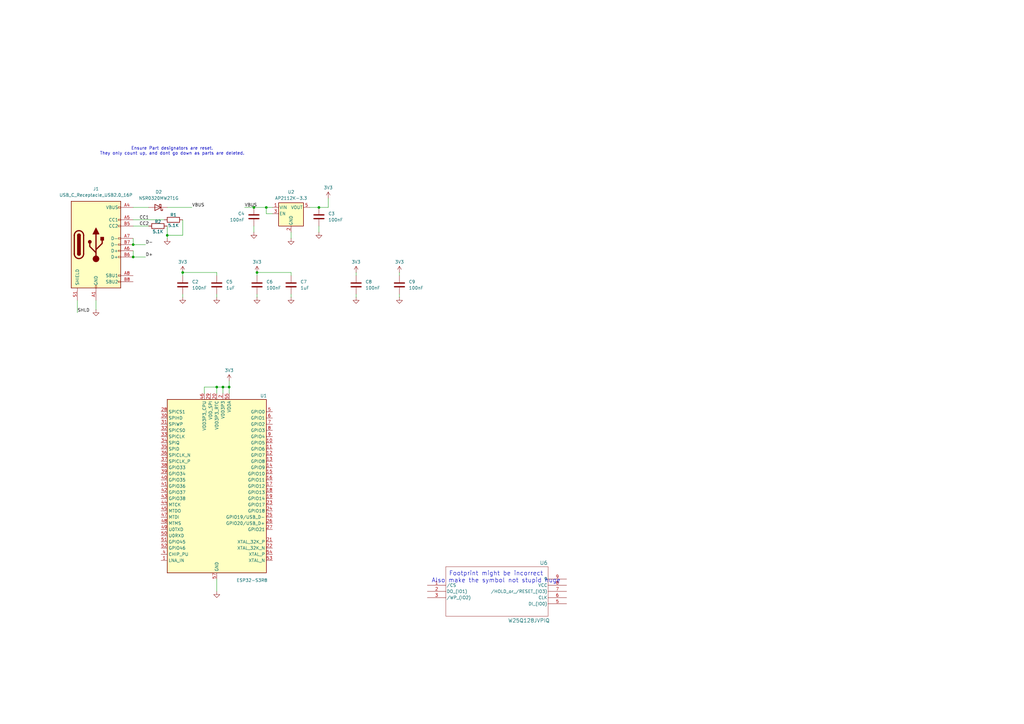
<source format=kicad_sch>
(kicad_sch (version 20231120) (generator "eeschema") (generator_version "8.0")
  (paper "A3")
  (title_block (title "Besser S3") (date "2024-03-11") (rev "R1"))
  (lib_symbols
    (symbol "Connector:USB_C_Receptacle_USB2.0_16P" (pin_names (offset 1.016))
      (property "Reference" "J" (at 0 22.225 0))
      (property "Value" "USB_C_Receptacle_USB2.0_16P" (at 0 19.685 0))
      (symbol "USB_C_Receptacle_USB2.0_16P_0_0"
        (rectangle (start -0.254 -17.78) (end 0.254 -16.764))
        (rectangle (start 10.16 -14.986) (end 9.144 -15.494))
        (rectangle (start 10.16 -12.446) (end 9.144 -12.954))
        (rectangle (start 10.16 -4.826) (end 9.144 -5.334))
        (rectangle (start 10.16 -2.286) (end 9.144 -2.794))
        (rectangle (start 10.16 0.254) (end 9.144 -0.254))
        (rectangle (start 10.16 2.794) (end 9.144 2.286))
        (rectangle (start 10.16 7.874) (end 9.144 7.366))
        (rectangle (start 10.16 10.414) (end 9.144 9.906))
        (rectangle (start 10.16 15.494) (end 9.144 14.986))
      )
      (symbol "USB_C_Receptacle_USB2.0_16P_0_1"
        (rectangle (start -10.16 17.78) (end 10.16 -17.78) (stroke (width 0.254)) (fill (type background)))
        (arc (start -8.89 -3.81) (mid -6.985 -5.7067) (end -5.08 -3.81) (stroke (width 0.508)))
        (arc (start -7.62 -3.81) (mid -6.985 -4.4423) (end -6.35 -3.81) (stroke (width 0.254)))
        (arc (start -7.62 -3.81) (mid -6.985 -4.4423) (end -6.35 -3.81) (stroke (width 0.254)) (fill (type outline)))
        (rectangle (start -7.62 -3.81) (end -6.35 3.81) (stroke (width 0.254)) (fill (type outline)))
        (arc (start -6.35 3.81) (mid -6.985 4.4423) (end -7.62 3.81) (stroke (width 0.254)))
        (arc (start -6.35 3.81) (mid -6.985 4.4423) (end -7.62 3.81) (stroke (width 0.254)) (fill (type outline)))
        (arc (start -5.08 3.81) (mid -6.985 5.7067) (end -8.89 3.81) (stroke (width 0.508)))
        (circle (center -2.54 1.143) (radius 0.635) (stroke (width 0.254)) (fill (type outline)))
        (circle (center 0 -5.842) (radius 1.27) (fill (type outline)))
        (polyline (pts (xy -8.89 -3.81) (xy -8.89 3.81)) (stroke (width 0.508)))
        (polyline (pts (xy -5.08 3.81) (xy -5.08 -3.81)) (stroke (width 0.508)))
        (polyline (pts (xy 0 -5.842) (xy 0 4.318)) (stroke (width 0.508)))
        (polyline (pts (xy 0 -3.302) (xy -2.54 -0.762) (xy -2.54 0.508)) (stroke (width 0.508)))
        (polyline (pts (xy 0 -2.032) (xy 2.54 0.508) (xy 2.54 1.778)) (stroke (width 0.508)))
        (polyline (pts (xy -1.27 4.318) (xy 0 6.858) (xy 1.27 4.318) (xy -1.27 4.318)) (stroke (width 0.254)) (fill (type outline)))
        (rectangle (start 1.905 1.778) (end 3.175 3.048) (stroke (width 0.254)) (fill (type outline)))
      )
      (symbol "USB_C_Receptacle_USB2.0_16P_1_1"
        (pin passive line (at 0 -22.86 90) (length 5.08) (name "GND") (number "A1"))
        (pin passive line (at 0 -22.86 90) (length 5.08) hide (name "GND") (number "A12"))
        (pin passive line (at 15.24 15.24 180) (length 5.08) (name "VBUS") (number "A4"))
        (pin bidirectional line (at 15.24 10.16 180) (length 5.08) (name "CC1") (number "A5"))
        (pin bidirectional line (at 15.24 -2.54 180) (length 5.08) (name "D+") (number "A6"))
        (pin bidirectional line (at 15.24 2.54 180) (length 5.08) (name "D-") (number "A7"))
        (pin bidirectional line (at 15.24 -12.7 180) (length 5.08) (name "SBU1") (number "A8"))
        (pin passive line (at 15.24 15.24 180) (length 5.08) hide (name "VBUS") (number "A9"))
        (pin passive line (at 0 -22.86 90) (length 5.08) hide (name "GND") (number "B1"))
        (pin passive line (at 0 -22.86 90) (length 5.08) hide (name "GND") (number "B12"))
        (pin passive line (at 15.24 15.24 180) (length 5.08) hide (name "VBUS") (number "B4"))
        (pin bidirectional line (at 15.24 7.62 180) (length 5.08) (name "CC2") (number "B5"))
        (pin bidirectional line (at 15.24 -5.08 180) (length 5.08) (name "D+") (number "B6"))
        (pin bidirectional line (at 15.24 0 180) (length 5.08) (name "D-") (number "B7"))
        (pin bidirectional line (at 15.24 -15.24 180) (length 5.08) (name "SBU2") (number "B8"))
        (pin passive line (at 15.24 15.24 180) (length 5.08) hide (name "VBUS") (number "B9"))
        (pin passive line (at -7.62 -22.86 90) (length 5.08) (name "SHIELD") (number "S1"))
      )
    )
    (symbol "Device:C" (pin_numbers hide) (pin_names (offset 0.254))
      (property "Reference" "C" (at 0.635 2.54 0))
      (property "Value" "C" (at 0.635 -2.54 0))
      (symbol "C_0_1"
        (polyline (pts (xy -2.032 -0.762) (xy 2.032 -0.762)) (stroke (width 0.508)))
        (polyline (pts (xy -2.032 0.762) (xy 2.032 0.762)) (stroke (width 0.508)))
      )
      (symbol "C_1_1"
        (pin passive line (at 0 3.81 270) (length 2.794) (name "~") (number "1"))
        (pin passive line (at 0 -3.81 90) (length 2.794) (name "~") (number "2"))
      )
    )
    (symbol "Device:R" (pin_numbers hide) (pin_names (offset 0))
      (property "Reference" "R" (at 2.032 0 90))
      (property "Value" "R" (at 0 0 90))
      (symbol "R_0_1"
        (rectangle (start -1.016 -2.54) (end 1.016 2.54) (stroke (width 0.254)))
      )
      (symbol "R_1_1"
        (pin passive line (at 0 3.81 270) (length 1.27) (name "~") (number "1"))
        (pin passive line (at 0 -3.81 90) (length 1.27) (name "~") (number "2"))
      )
    )
    (symbol "Diode:NSR0340HT1G" (pin_numbers hide) (pin_names (offset 1.016) hide)
      (property "Reference" "D" (at 0 2.54 0))
      (property "Value" "NSR0340HT1G" (at 0 -2.54 0))
      (symbol "NSR0340HT1G_0_1"
        (polyline (pts (xy 1.27 0) (xy -1.27 0)))
        (polyline (pts (xy 1.27 1.27) (xy 1.27 -1.27) (xy -1.27 0) (xy 1.27 1.27)) (stroke (width 0.254)))
        (polyline (pts (xy -1.905 0.635) (xy -1.905 1.27) (xy -1.27 1.27) (xy -1.27 -1.27) (xy -0.635 -1.27) (xy -0.635 -0.635)) (stroke (width 0.254)))
      )
      (symbol "NSR0340HT1G_1_1"
        (pin passive line (at -3.81 0 0) (length 2.54) (name "K") (number "1"))
        (pin passive line (at 3.81 0 180) (length 2.54) (name "A") (number "2"))
      )
    )
    (symbol "MCU_Espressif:ESP32-S3"
      (property "Reference" "U" (at 10.16 -38.1 0))
      (property "Value" "ESP32-S3" (at 13.97 -40.64 0))
      (symbol "ESP32-S3_0_1"
        (rectangle (start -20.32 35.56) (end 20.32 -35.56) (stroke (width 0.254)) (fill (type background)))
      )
      (symbol "ESP32-S3_1_0"
        (pin bidirectional line (at 22.86 12.7 180) (length 2.54) (name "SPICLK_N") (number "36"))
        (pin bidirectional line (at 22.86 -10.16 180) (length 2.54) (name "MTDO") (number "45"))
        (pin bidirectional line (at 22.86 -22.86 180) (length 2.54) (name "GPIO45") (number "51"))
        (pin passive line (at -5.08 38.1 270) (length 2.54) hide (name "VDDA") (number "56"))
      )
      (symbol "ESP32-S3_1_1"
        (pin bidirectional line (at 22.86 -30.48 180) (length 2.54) (name "LNA_IN") (number "1"))
        (pin bidirectional line (at -22.86 17.78 0) (length 2.54) (name "GPIO5") (number "10"))
        (pin bidirectional line (at -22.86 15.24 0) (length 2.54) (name "GPIO6") (number "11"))
        (pin bidirectional line (at -22.86 12.7 0) (length 2.54) (name "GPIO7") (number "12"))
        (pin bidirectional line (at -22.86 10.16 0) (length 2.54) (name "GPIO8") (number "13"))
        (pin bidirectional line (at -22.86 7.62 0) (length 2.54) (name "GPIO9") (number "14"))
        (pin bidirectional line (at -22.86 5.08 0) (length 2.54) (name "GPIO10") (number "15"))
        (pin bidirectional line (at -22.86 2.54 0) (length 2.54) (name "GPIO11") (number "16"))
        (pin bidirectional line (at -22.86 0 0) (length 2.54) (name "GPIO12") (number "17"))
        (pin bidirectional line (at -22.86 -2.54 0) (length 2.54) (name "GPIO13") (number "18"))
        (pin bidirectional line (at -22.86 -5.08 0) (length 2.54) (name "GPIO14") (number "19"))
        (pin power_in line (at -2.54 38.1 270) (length 2.54) (name "VDD3P3") (number "2"))
        (pin power_in line (at 0 38.1 270) (length 2.54) (name "VDD3P3_RTC") (number "20"))
        (pin passive line (at -22.86 -22.86 0) (length 2.54) (name "XTAL_32K_P") (number "21"))
        (pin passive line (at -22.86 -25.4 0) (length 2.54) (name "XTAL_32K_N") (number "22"))
        (pin bidirectional line (at -22.86 -7.62 0) (length 2.54) (name "GPIO17") (number "23"))
        (pin bidirectional line (at -22.86 -10.16 0) (length 2.54) (name "GPIO18") (number "24"))
        (pin bidirectional line (at -22.86 -12.7 0) (length 2.54) (name "GPIO19/USB_D-") (number "25"))
        (pin bidirectional line (at -22.86 -15.24 0) (length 2.54) (name "GPIO20/USB_D+") (number "26"))
        (pin bidirectional line (at -22.86 -17.78 0) (length 2.54) (name "GPIO21") (number "27"))
        (pin bidirectional line (at 22.86 30.48 180) (length 2.54) (name "SPICS1") (number "28"))
        (pin power_in line (at 2.54 38.1 270) (length 2.54) (name "VDD_SPI") (number "29"))
        (pin passive line (at -2.54 38.1 270) (length 2.54) hide (name "VDD3P3") (number "3"))
        (pin bidirectional line (at 22.86 27.94 180) (length 2.54) (name "SPIHD") (number "30"))
        (pin bidirectional line (at 22.86 25.4 180) (length 2.54) (name "SPIWP") (number "31"))
        (pin bidirectional line (at 22.86 22.86 180) (length 2.54) (name "SPICS0") (number "32"))
        (pin bidirectional line (at 22.86 20.32 180) (length 2.54) (name "SPICLK") (number "33"))
        (pin bidirectional line (at 22.86 17.78 180) (length 2.54) (name "SPIQ") (number "34"))
        (pin bidirectional line (at 22.86 15.24 180) (length 2.54) (name "SPID") (number "35"))
        (pin bidirectional line (at 22.86 10.16 180) (length 2.54) (name "SPICLK_P") (number "37"))
        (pin bidirectional line (at 22.86 7.62 180) (length 2.54) (name "GPIO33") (number "38"))
        (pin bidirectional line (at 22.86 5.08 180) (length 2.54) (name "GPIO34") (number "39"))
        (pin input line (at 22.86 -27.94 180) (length 2.54) (name "CHIP_PU") (number "4"))
        (pin bidirectional line (at 22.86 2.54 180) (length 2.54) (name "GPIO35") (number "40"))
        (pin bidirectional line (at 22.86 0 180) (length 2.54) (name "GPIO36") (number "41"))
        (pin bidirectional line (at 22.86 -2.54 180) (length 2.54) (name "GPIO37") (number "42"))
        (pin bidirectional line (at 22.86 -5.08 180) (length 2.54) (name "GPIO38") (number "43"))
        (pin bidirectional line (at 22.86 -7.62 180) (length 2.54) (name "MTCK") (number "44"))
        (pin power_in line (at 5.08 38.1 270) (length 2.54) (name "VDD3P3_CPU") (number "46"))
        (pin bidirectional line (at 22.86 -12.7 180) (length 2.54) (name "MTDI") (number "47"))
        (pin bidirectional line (at 22.86 -15.24 180) (length 2.54) (name "MTMS") (number "48"))
        (pin bidirectional line (at 22.86 -17.78 180) (length 2.54) (name "U0TXD") (number "49"))
        (pin bidirectional line (at -22.86 30.48 0) (length 2.54) (name "GPIO0") (number "5"))
        (pin bidirectional line (at 22.86 -20.32 180) (length 2.54) (name "U0RXD") (number "50"))
        (pin bidirectional line (at 22.86 -25.4 180) (length 2.54) (name "GPIO46") (number "52"))
        (pin output line (at -22.86 -30.48 0) (length 2.54) (name "XTAL_N") (number "53"))
        (pin input line (at -22.86 -27.94 0) (length 2.54) (name "XTAL_P") (number "54"))
        (pin power_in line (at -5.08 38.1 270) (length 2.54) (name "VDDA") (number "55"))
        (pin power_in line (at 0 -38.1 90) (length 2.54) (name "GND") (number "57"))
        (pin bidirectional line (at -22.86 27.94 0) (length 2.54) (name "GPIO1") (number "6"))
        (pin bidirectional line (at -22.86 25.4 0) (length 2.54) (name "GPIO2") (number "7"))
        (pin bidirectional line (at -22.86 22.86 0) (length 2.54) (name "GPIO3") (number "8"))
        (pin bidirectional line (at -22.86 20.32 0) (length 2.54) (name "GPIO4") (number "9"))
      )
    )
    (symbol "Regulator_Linear:AP2112K-3.3" (pin_names (offset 0.254))
      (property "Reference" "U" (at -5.08 5.715 0))
      (property "Value" "AP2112K-3.3" (at 0 5.715 0))
      (symbol "AP2112K-3.3_0_1"
        (rectangle (start -5.08 4.445) (end 5.08 -5.08) (stroke (width 0.254)) (fill (type background)))
      )
      (symbol "AP2112K-3.3_1_1"
        (pin power_in line (at -7.62 2.54 0) (length 2.54) (name "VIN") (number "1"))
        (pin power_in line (at 0 -7.62 90) (length 2.54) (name "GND") (number "2"))
        (pin input line (at -7.62 0 0) (length 2.54) (name "EN") (number "3"))
        (pin no_connect line (at 5.08 0 180) (length 2.54) hide (name "NC") (number "4"))
        (pin power_out line (at 7.62 2.54 180) (length 2.54) (name "VOUT") (number "5"))
      )
    )
    (symbol "W25Q128JVPIQ_1" (pin_names (offset 0.254))
      (property "Reference" "U" (at 43.18 10.16 0))
      (property "Value" "W25Q128JVPIQ" (at 43.18 7.62 0))
      (symbol "W25Q128JVPIQ_1_0_1"
        (polyline (pts (xy 36.83 -15.24) (xy 78.74 -15.24)) (stroke (width 0.127)))
        (polyline (pts (xy 36.83 5.08) (xy 36.83 -15.24)) (stroke (width 0.127)))
        (polyline (pts (xy 78.74 -15.24) (xy 78.74 5.08)) (stroke (width 0.127)))
        (polyline (pts (xy 78.74 5.08) (xy 36.83 5.08)) (stroke (width 0.127)))
        (pin unspecified line (at 29.21 -2.54 0) (length 7.62) (name "/CS") (number "1"))
        (pin unspecified line (at 29.21 -5.08 0) (length 7.62) (name "DO_(IO1)") (number "2"))
        (pin unspecified line (at 29.21 -7.62 0) (length 7.62) (name "/WP_(IO2)") (number "3"))
        (pin unspecified line (at 86.36 -10.16 180) (length 7.62) (name "DI_(IO0)") (number "5"))
        (pin unspecified line (at 86.36 -7.62 180) (length 7.62) (name "CLK") (number "6"))
        (pin unspecified line (at 86.36 -5.08 180) (length 7.62) (name "/HOLD_or_/RESET_(IO3)") (number "7"))
        (pin power_in line (at 86.36 -2.54 180) (length 7.62) (name "VCC") (number "8"))
        (pin unspecified line (at 86.36 0 180) (length 7.62) (name "9") (number "9"))
      )
    )
    (symbol "power:+3V3" (power) (pin_numbers hide) (pin_names (offset 0) hide)
      (property "Value" "+3V3" (at 0 3.556 0))
      (symbol "+3V3_0_1"
        (polyline (pts (xy -0.762 1.27) (xy 0 2.54)))
        (polyline (pts (xy 0 0) (xy 0 2.54)))
        (polyline (pts (xy 0 2.54) (xy 0.762 1.27)))
      )
      (symbol "+3V3_1_1"
        (pin power_in line (at 0 0 90) (length 0) (name "~") (number "1"))
      )
    )
    (symbol "power:GND" (power) (pin_numbers hide) (pin_names (offset 0) hide)
      (property "Value" "GND" (at 0 -3.81 0))
      (symbol "GND_0_1"
        (polyline (pts (xy 0 0) (xy 0 -1.27) (xy 1.27 -1.27) (xy 0 -2.54) (xy -1.27 -1.27) (xy 0 -1.27)))
      )
      (symbol "GND_1_1"
        (pin power_in line (at 0 0 270) (length 0) (name "~") (number "1"))
      )
    )
  )
  (junction (at 88.9 158.75))
  (junction (at 54.61 105.41))
  (junction (at 104.14 85.09))
  (junction (at 93.98 158.75))
  (junction (at 74.93 111.76))
  (junction (at 54.61 100.33))
  (junction (at 68.58 96.52))
  (junction (at 105.41 111.76))
  (junction (at 91.44 158.75))
  (junction (at 130.81 85.09))
  (junction (at 109.22 85.09))
  (wire (pts (xy 74.93 90.17) (xy 74.93 96.52)))
  (wire (pts (xy 83.82 161.29) (xy 83.82 158.75)))
  (wire (pts (xy 54.61 100.33) (xy 59.69 100.33)))
  (wire (pts (xy 93.98 158.75) (xy 93.98 161.29)))
  (wire (pts (xy 74.93 111.76) (xy 74.93 113.03)))
  (wire (pts (xy 105.41 120.65) (xy 105.41 121.92)))
  (wire (pts (xy 91.44 161.29) (xy 91.44 158.75)))
  (wire (pts (xy 104.14 85.09) (xy 109.22 85.09)))
  (wire (pts (xy 88.9 120.65) (xy 88.9 121.92)))
  (wire (pts (xy 163.83 120.65) (xy 163.83 121.92)))
  (wire (pts (xy 31.75 123.19) (xy 31.75 128.27)))
  (wire (pts (xy 68.58 96.52) (xy 74.93 96.52)))
  (wire (pts (xy 88.9 111.76) (xy 88.9 113.03)))
  (wire (pts (xy 104.14 92.71) (xy 104.14 95.25)))
  (wire (pts (xy 109.22 87.63) (xy 109.22 85.09)))
  (wire (pts (xy 93.98 156.21) (xy 93.98 158.75)))
  (wire (pts (xy 130.81 92.71) (xy 130.81 95.25)))
  (wire (pts (xy 130.81 85.09) (xy 134.62 85.09)))
  (wire (pts (xy 54.61 85.09) (xy 60.96 85.09)))
  (wire (pts (xy 68.58 97.79) (xy 68.58 96.52)))
  (wire (pts (xy 91.44 158.75) (xy 93.98 158.75)))
  (wire (pts (xy 100.33 85.09) (xy 104.14 85.09)))
  (wire (pts (xy 88.9 161.29) (xy 88.9 158.75)))
  (wire (pts (xy 54.61 102.87) (xy 54.61 105.41)))
  (wire (pts (xy 134.62 81.28) (xy 134.62 85.09)))
  (wire (pts (xy 39.37 123.19) (xy 39.37 127)))
  (wire (pts (xy 74.93 111.76) (xy 88.9 111.76)))
  (wire (pts (xy 88.9 237.49) (xy 88.9 242.57)))
  (wire (pts (xy 109.22 85.09) (xy 111.76 85.09)))
  (wire (pts (xy 146.05 111.76) (xy 146.05 113.03)))
  (wire (pts (xy 146.05 120.65) (xy 146.05 121.92)))
  (wire (pts (xy 119.38 111.76) (xy 119.38 113.03)))
  (wire (pts (xy 54.61 105.41) (xy 59.69 105.41)))
  (wire (pts (xy 74.93 120.65) (xy 74.93 121.92)))
  (wire (pts (xy 68.58 85.09) (xy 78.74 85.09)))
  (wire (pts (xy 54.61 92.71) (xy 60.96 92.71)))
  (wire (pts (xy 127 85.09) (xy 130.81 85.09)))
  (wire (pts (xy 105.41 111.76) (xy 119.38 111.76)))
  (wire (pts (xy 119.38 95.25) (xy 119.38 97.79)))
  (wire (pts (xy 105.41 111.76) (xy 105.41 113.03)))
  (wire (pts (xy 54.61 90.17) (xy 67.31 90.17)))
  (wire (pts (xy 163.83 111.76) (xy 163.83 113.03)))
  (wire (pts (xy 68.58 92.71) (xy 68.58 96.52)))
  (wire (pts (xy 83.82 158.75) (xy 88.9 158.75)))
  (wire (pts (xy 54.61 97.79) (xy 54.61 100.33)))
  (wire (pts (xy 111.76 87.63) (xy 109.22 87.63)))
  (wire (pts (xy 119.38 120.65) (xy 119.38 121.92)))
  (wire (pts (xy 88.9 158.75) (xy 91.44 158.75)))
  (text "Footprint might be incorrect\nAlso make the symbol not stupid huge" (at 203.454 236.728 0) (effects (font (size 1.778 1.778))))
  (text "Ensure Part designators are reset.\nThey only count up, and dont go down as parts are deleted." (at 70.612 61.976 0) (effects (font (size 1.27 1.27))))
  (label "D+" (at 59.69 105.41 0))
  (label "VBUS" (at 100.33 85.09 0))
  (label "VBUS" (at 78.74 85.09 0))
  (label "CC2" (at 57.15 92.71 0))
  (label "D-" (at 59.69 100.33 0))
  (label "SHLD" (at 31.75 128.27 0))
  (label "CC1" (at 57.15 90.17 0))
  (symbol (lib_id "power:GND") (at 119.38 121.92 0) (unit 1)
    (property "Reference" "#PWR013" (effects (hide yes)))
    (property "Value" "GND" (effects (hide yes)))
    (property "Description" "Power symbol creates a global label with name \"GND\" , ground" (effects (hide yes)))
  )
  (symbol (lib_id "Regulator_Linear:AP2112K-3.3") (at 119.38 87.63 0) (unit 1)
    (property "Reference" "U2" (at 119.38 78.74 0))
    (property "Value" "AP2112K-3.3" (at 119.38 81.28 0))
    (property "Footprint" "Package_TO_SOT_SMD:SOT-23-5" (effects (hide yes)))
    (property "Datasheet" "https://www.diodes.com/assets/Datasheets/AP2112.pdf" (effects (hide yes)))
    (property "Description" "600mA low dropout linear regulator, with enable pin, 3.8V-6V input voltage range, 3.3V fixed positive output, SOT-23-5" (effects (hide yes)))
  )
  (symbol (lib_id "power:+3V3") (at 93.98 156.21 0) (unit 1)
    (property "Reference" "#PWR05" (effects (hide yes)))
    (property "Value" "3V3" (at 93.98 151.892 0))
    (property "Description" "Power symbol creates a global label with name \"+3V3\"" (effects (hide yes)))
  )
  (symbol (lib_id "Device:C") (at 146.05 116.84 0) (unit 1)
    (property "Reference" "C8" (at 149.86 115.5699 0) (effects (justify left)))
    (property "Value" "100nF" (at 149.86 118.1099 0) (effects (justify left)))
    (property "Description" "Unpolarized capacitor" (effects (hide yes)))
  )
  (symbol (lib_id "Device:C") (at 104.14 88.9 0) (mirror x) (unit 1)
    (property "Reference" "C4" (at 100.33 87.6299 0) (effects (justify right)))
    (property "Value" "100nF" (at 100.33 90.1699 0) (effects (justify right)))
    (property "Description" "Unpolarized capacitor" (effects (hide yes)))
  )
  (symbol (lib_name "W25Q128JVPIQ_1") (lib_id "W25Q128JVPIQ:W25Q128JVPIQ") (at 146.05 237.49 0) (unit 1)
    (property "Reference" "U6" (at 223.012 230.886 0) (effects (font (size 1.524 1.524))))
    (property "Value" "W25Q128JVPIQ" (at 216.916 254.508 0) (effects (font (size 1.524 1.524))))
    (property "Footprint" "WSON_128JVPIQ_WIN" (effects (hide yes)))
    (property "Datasheet" "W25Q128JVPIQ" (effects (hide yes)))
  )
  (symbol (lib_id "power:GND") (at 88.9 242.57 0) (unit 1)
    (property "Reference" "#PWR06" (effects (hide yes)))
    (property "Value" "GND" (effects (hide yes)))
    (property "Description" "Power symbol creates a global label with name \"GND\" , ground" (effects (hide yes)))
  )
  (symbol (lib_id "Device:C") (at 163.83 116.84 0) (unit 1)
    (property "Reference" "C9" (at 167.64 115.5699 0) (effects (justify left)))
    (property "Value" "100nF" (at 167.64 118.1099 0) (effects (justify left)))
    (property "Description" "Unpolarized capacitor" (effects (hide yes)))
  )
  (symbol (lib_id "Diode:NSR0340HT1G") (at 64.77 85.09 180) (unit 1)
    (property "Reference" "D2" (at 65.0875 78.74 0))
    (property "Value" "NSR0320MW2T1G" (at 65.0875 81.28 0))
    (property "Footprint" "Diode_SMD:D_SOD-323" (effects (hide yes)))
    (property "Description" "20V 1A Schottky Diode, SOD-323" (effects (hide yes)))
  )
  (symbol (lib_id "power:+3V3") (at 105.41 111.76 0) (unit 1)
    (property "Reference" "#PWR011" (effects (hide yes)))
    (property "Value" "3V3" (at 105.41 107.442 0))
    (property "Description" "Power symbol creates a global label with name \"+3V3\"" (effects (hide yes)))
  )
  (symbol (lib_id "power:+3V3") (at 134.62 81.28 0) (unit 1)
    (property "Reference" "#PWR04" (effects (hide yes)))
    (property "Value" "3V3" (at 134.62 76.962 0))
    (property "Description" "Power symbol creates a global label with name \"+3V3\"" (effects (hide yes)))
  )
  (symbol (lib_id "Connector:USB_C_Receptacle_USB2.0_16P") (at 39.37 100.33 0) (unit 1)
    (property "Reference" "J1" (at 39.37 77.47 0))
    (property "Value" "USB_C_Receptacle_USB2.0_16P" (at 39.37 80.01 0))
    (property "Datasheet" "https://www.usb.org/sites/default/files/documents/usb_type-c.zip" (effects (hide yes)))
    (property "Description" "USB 2.0-only 16P Type-C Receptacle connector" (effects (hide yes)))
  )
  (symbol (lib_id "power:GND") (at 119.38 97.79 0) (unit 1)
    (property "Reference" "#PWR03" (effects (hide yes)))
    (property "Value" "GND" (effects (hide yes)))
    (property "Description" "Power symbol creates a global label with name \"GND\" , ground" (effects (hide yes)))
  )
  (symbol (lib_id "Device:C") (at 74.93 116.84 0) (unit 1)
    (property "Reference" "C2" (at 78.74 115.5699 0) (effects (justify left)))
    (property "Value" "100nF" (at 78.74 118.1099 0) (effects (justify left)))
    (property "Description" "Unpolarized capacitor" (effects (hide yes)))
  )
  (symbol (lib_id "power:GND") (at 39.37 127 0) (unit 1)
    (property "Reference" "#PWR01" (effects (hide yes)))
    (property "Value" "GND" (effects (hide yes)))
    (property "Description" "Power symbol creates a global label with name \"GND\" , ground" (effects (hide yes)))
  )
  (symbol (lib_id "power:GND") (at 88.9 121.92 0) (unit 1)
    (property "Reference" "#PWR010" (effects (hide yes)))
    (property "Value" "GND" (effects (hide yes)))
    (property "Description" "Power symbol creates a global label with name \"GND\" , ground" (effects (hide yes)))
  )
  (symbol (lib_id "power:+3V3") (at 74.93 111.76 0) (unit 1)
    (property "Reference" "#PWR015" (effects (hide yes)))
    (property "Value" "3V3" (at 74.93 107.442 0))
    (property "Description" "Power symbol creates a global label with name \"+3V3\"" (effects (hide yes)))
  )
  (symbol (lib_id "power:GND") (at 146.05 121.92 0) (unit 1)
    (property "Reference" "#PWR014" (effects (hide yes)))
    (property "Value" "GND" (effects (hide yes)))
    (property "Description" "Power symbol creates a global label with name \"GND\" , ground" (effects (hide yes)))
  )
  (symbol (lib_id "power:GND") (at 105.41 121.92 0) (unit 1)
    (property "Reference" "#PWR012" (effects (hide yes)))
    (property "Value" "GND" (effects (hide yes)))
    (property "Description" "Power symbol creates a global label with name \"GND\" , ground" (effects (hide yes)))
  )
  (symbol (lib_id "MCU_Espressif:ESP32-S3") (at 88.9 199.39 0) (mirror y) (unit 1)
    (property "Reference" "U1" (at 109.474 162.306 0) (effects (justify left)))
    (property "Value" "ESP32-S3R8" (at 109.728 237.998 0) (effects (justify left)))
    (property "Footprint" "Package_DFN_QFN:QFN-56-1EP_7x7mm_P0.4mm_EP4x4mm" (effects (hide yes)))
    (property "Datasheet" "https://www.espressif.com/sites/default/files/documentation/esp32-s3_datasheet_en.pdf" (effects (hide yes)))
    (property "Description" "Microcontroller, Wi-Fi 802.11b/g/n, Bluetooth, 32bit" (effects (hide yes)))
  )
  (symbol (lib_id "Device:R") (at 64.77 92.71 90) (unit 1)
    (property "Reference" "R2" (at 64.77 90.932 90))
    (property "Value" "5.1K" (at 64.77 94.996 90))
    (property "Description" "Resistor" (effects (hide yes)))
  )
  (symbol (lib_id "power:+3V3") (at 146.05 111.76 0) (unit 1)
    (property "Reference" "#PWR016" (effects (hide yes)))
    (property "Value" "3V3" (at 146.05 107.442 0))
    (property "Description" "Power symbol creates a global label with name \"+3V3\"" (effects (hide yes)))
  )
  (symbol (lib_id "Device:C") (at 130.81 88.9 0) (unit 1)
    (property "Reference" "C3" (at 134.62 87.6299 0) (effects (justify left)))
    (property "Value" "100nF" (at 134.62 90.1699 0) (effects (justify left)))
    (property "Description" "Unpolarized capacitor" (effects (hide yes)))
  )
  (symbol (lib_id "power:GND") (at 104.14 95.25 0) (unit 1)
    (property "Reference" "#PWR08" (effects (hide yes)))
    (property "Value" "GND" (effects (hide yes)))
    (property "Description" "Power symbol creates a global label with name \"GND\" , ground" (effects (hide yes)))
  )
  (symbol (lib_id "Device:C") (at 105.41 116.84 0) (unit 1)
    (property "Reference" "C6" (at 109.22 115.5699 0) (effects (justify left)))
    (property "Value" "100nF" (at 109.22 118.1099 0) (effects (justify left)))
    (property "Description" "Unpolarized capacitor" (effects (hide yes)))
  )
  (symbol (lib_id "Device:R") (at 71.12 90.17 90) (unit 1)
    (property "Reference" "R1" (at 71.12 88.138 90))
    (property "Value" "5.1K" (at 71.12 92.456 90))
    (property "Description" "Resistor" (effects (hide yes)))
  )
  (symbol (lib_id "Device:C") (at 119.38 116.84 0) (unit 1)
    (property "Reference" "C7" (at 123.19 115.5699 0) (effects (justify left)))
    (property "Value" "1uF" (at 123.19 118.1099 0) (effects (justify left)))
    (property "Description" "Unpolarized capacitor" (effects (hide yes)))
  )
  (symbol (lib_id "power:GND") (at 130.81 95.25 0) (unit 1)
    (property "Reference" "#PWR07" (effects (hide yes)))
    (property "Value" "GND" (effects (hide yes)))
    (property "Description" "Power symbol creates a global label with name \"GND\" , ground" (effects (hide yes)))
  )
  (symbol (lib_id "Device:C") (at 88.9 116.84 0) (unit 1)
    (property "Reference" "C5" (at 92.71 115.5699 0) (effects (justify left)))
    (property "Value" "1uF" (at 92.71 118.1099 0) (effects (justify left)))
    (property "Description" "Unpolarized capacitor" (effects (hide yes)))
  )
  (symbol (lib_id "power:+3V3") (at 163.83 111.76 0) (unit 1)
    (property "Reference" "#PWR017" (effects (hide yes)))
    (property "Value" "3V3" (at 163.83 107.442 0))
    (property "Description" "Power symbol creates a global label with name \"+3V3\"" (effects (hide yes)))
  )
  (symbol (lib_id "power:GND") (at 68.58 97.79 0) (unit 1)
    (property "Reference" "#PWR02" (effects (hide yes)))
    (property "Value" "GND" (effects (hide yes)))
    (property "Description" "Power symbol creates a global label with name \"GND\" , ground" (effects (hide yes)))
  )
  (symbol (lib_id "power:GND") (at 163.83 121.92 0) (unit 1)
    (property "Reference" "#PWR018" (effects (hide yes)))
    (property "Value" "GND" (effects (hide yes)))
    (property "Description" "Power symbol creates a global label with name \"GND\" , ground" (effects (hide yes)))
  )
  (symbol (lib_id "power:GND") (at 74.93 121.92 0) (unit 1)
    (property "Reference" "#PWR09" (effects (hide yes)))
    (property "Value" "GND" (effects (hide yes)))
    (property "Description" "Power symbol creates a global label with name \"GND\" , ground" (effects (hide yes)))
  )
)
</source>
